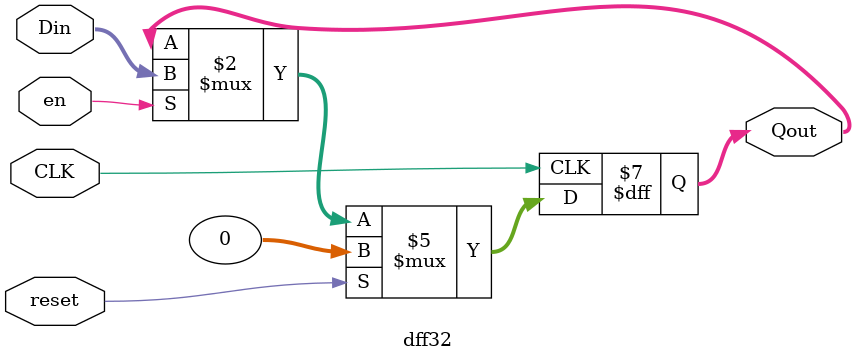
<source format=v>
module dff32( CLK, en, reset, Din, Qout);
input CLK, en, reset;
input [31:0] Din;
output reg [31:0] Qout;

always @(posedge CLK)
if(reset)
    Qout <= 32'h0;
else
begin
	if( en )
		Qout <= Din;
end

endmodule
</source>
